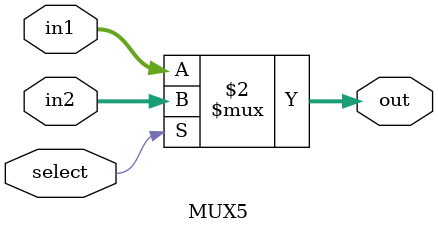
<source format=v>
module MUX5(
	input select,
	input [4:0] in1,
	input [4:0] in2,
 	output [4:0] out
 );
	
	assign out = (select == 1'b0) ? in1 : in2;

endmodule
</source>
